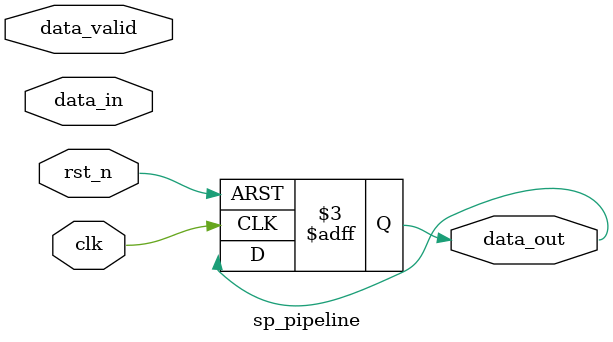
<source format=v>
module sp_pipeline(
    input wire clk,
    input wire rst_n,
    input wire data_valid,
    input wire data_in,
    output reg data_out);
    
    parameter IDLE=1'b00;
    parameter STATE_1 =1'b01;
    
    
    reg [2:0]state;
    // I2S  flags and registers
    reg speech_valid;
    reg [15:0]i2s_data;
    
    //VAD+circular buffer flags and registers
    reg [15:0]circ_buffer_output;
    reg circ_buffer_ready;
    reg o;
    
    // Pre Emphasis
    reg pm_ready;
    reg [23:0]y_out;
    
    //Filter Bank
    reg [16:0]filter_output;
    reg filter_bank_ready;
    
    //IHC Model
    reg ihc_output;
    
    //LIF Encoder
    
    //AER Packetizer
    
    //AER Depacketizer + FIFO
    
    //Window Accumulator
    
    //MAC+LIF
    
    //Output
    
    always@(posedge clk or negedge rst_n)
        if(!rst_n) begin
            data_out <= 0;
        end else begin
            
end
endmodule

</source>
